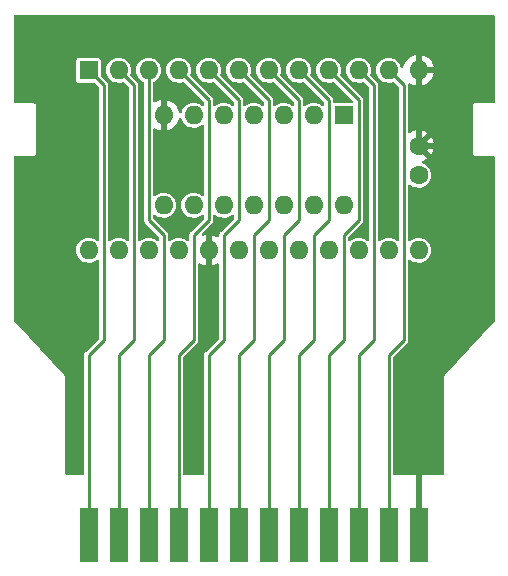
<source format=gtl>
G04 #@! TF.GenerationSoftware,KiCad,Pcbnew,6.0.2+dfsg-1*
G04 #@! TF.CreationDate,2025-06-30T22:41:18+02:00*
G04 #@! TF.ProjectId,2600cart,32363030-6361-4727-942e-6b696361645f,rev?*
G04 #@! TF.SameCoordinates,Original*
G04 #@! TF.FileFunction,Copper,L1,Top*
G04 #@! TF.FilePolarity,Positive*
%FSLAX46Y46*%
G04 Gerber Fmt 4.6, Leading zero omitted, Abs format (unit mm)*
G04 Created by KiCad (PCBNEW 6.0.2+dfsg-1) date 2025-06-30 22:41:18*
%MOMM*%
%LPD*%
G01*
G04 APERTURE LIST*
G04 #@! TA.AperFunction,ConnectorPad*
%ADD10R,1.524000X4.572000*%
G04 #@! TD*
G04 #@! TA.AperFunction,ComponentPad*
%ADD11C,1.600000*%
G04 #@! TD*
G04 #@! TA.AperFunction,ComponentPad*
%ADD12R,1.600000X1.600000*%
G04 #@! TD*
G04 #@! TA.AperFunction,ComponentPad*
%ADD13O,1.600000X1.600000*%
G04 #@! TD*
G04 #@! TA.AperFunction,Conductor*
%ADD14C,0.500000*%
G04 #@! TD*
G04 #@! TA.AperFunction,Conductor*
%ADD15C,0.250000*%
G04 #@! TD*
G04 APERTURE END LIST*
D10*
X123444000Y-90170000D03*
X120904000Y-90170000D03*
X118364000Y-90170000D03*
X115824000Y-90170000D03*
X113284000Y-90170000D03*
X110744000Y-90170000D03*
X108204000Y-90170000D03*
X105664000Y-90170000D03*
X103124000Y-90170000D03*
X100584000Y-90170000D03*
X98044000Y-90170000D03*
X95504000Y-90170000D03*
D11*
X123444000Y-59690000D03*
X123444000Y-57190000D03*
D12*
X117094000Y-54610000D03*
D13*
X101854000Y-62230000D03*
X114554000Y-54610000D03*
X104394000Y-62230000D03*
X112014000Y-54610000D03*
X106934000Y-62230000D03*
X109474000Y-54610000D03*
X109474000Y-62230000D03*
X106934000Y-54610000D03*
X112014000Y-62230000D03*
X104394000Y-54610000D03*
X114554000Y-62230000D03*
X101854000Y-54610000D03*
X117094000Y-62230000D03*
D12*
X95504000Y-50800000D03*
D13*
X123444000Y-66040000D03*
X98044000Y-50800000D03*
X120904000Y-66040000D03*
X100584000Y-50800000D03*
X118364000Y-66040000D03*
X103124000Y-50800000D03*
X115824000Y-66040000D03*
X105664000Y-50800000D03*
X113284000Y-66040000D03*
X108204000Y-50800000D03*
X110744000Y-66040000D03*
X110744000Y-50800000D03*
X108204000Y-66040000D03*
X113284000Y-50800000D03*
X105664000Y-66040000D03*
X115824000Y-50800000D03*
X103124000Y-66040000D03*
X118364000Y-50800000D03*
X100584000Y-66040000D03*
X120904000Y-50800000D03*
X98044000Y-66040000D03*
X123444000Y-50800000D03*
X95504000Y-66040000D03*
D14*
X123444000Y-88900000D02*
X123444000Y-74930000D01*
X123444000Y-74930000D02*
X124714000Y-73660000D01*
X124714000Y-73660000D02*
X125984000Y-72390000D01*
X125984000Y-72390000D02*
X125984000Y-58420000D01*
X125984000Y-58420000D02*
X124754000Y-57190000D01*
X124754000Y-57190000D02*
X123444000Y-57190000D01*
X123444000Y-57190000D02*
X123444000Y-50800000D01*
D15*
X96774000Y-52070000D02*
X95504000Y-50800000D01*
X96774000Y-73660000D02*
X96774000Y-52070000D01*
X95504000Y-88900000D02*
X95504000Y-74930000D01*
X95504000Y-74930000D02*
X96774000Y-73660000D01*
X99314000Y-52070000D02*
X98044000Y-50800000D01*
X99314000Y-73660000D02*
X99314000Y-52070000D01*
X98044000Y-88900000D02*
X98044000Y-74930000D01*
X98044000Y-74930000D02*
X99314000Y-73660000D01*
X100584000Y-63500000D02*
X100584000Y-50800000D01*
X101854000Y-64770000D02*
X100584000Y-63500000D01*
X101854000Y-73660000D02*
X101854000Y-64770000D01*
X100584000Y-88900000D02*
X100584000Y-74930000D01*
X100584000Y-74930000D02*
X101854000Y-73660000D01*
X105664000Y-53340000D02*
X103124000Y-50800000D01*
X105664000Y-63500000D02*
X105664000Y-53340000D01*
X104394000Y-64770000D02*
X105664000Y-63500000D01*
X104394000Y-73660000D02*
X104394000Y-64770000D01*
X103124000Y-88900000D02*
X103124000Y-74930000D01*
X103124000Y-74930000D02*
X104394000Y-73660000D01*
X108204000Y-53340000D02*
X105664000Y-50800000D01*
X108204000Y-63500000D02*
X108204000Y-53340000D01*
X106934000Y-64770000D02*
X108204000Y-63500000D01*
X106934000Y-73660000D02*
X106934000Y-64770000D01*
X105664000Y-88900000D02*
X105664000Y-74930000D01*
X105664000Y-74930000D02*
X106934000Y-73660000D01*
X108204000Y-88900000D02*
X108204000Y-74930000D01*
X108204000Y-74930000D02*
X109474000Y-73660000D01*
X110744000Y-53340000D02*
X108204000Y-50800000D01*
X110744000Y-63500000D02*
X110744000Y-53340000D01*
X109474000Y-64770000D02*
X110744000Y-63500000D01*
X109474000Y-73660000D02*
X109474000Y-64770000D01*
X113284000Y-53340000D02*
X110744000Y-50800000D01*
X113284000Y-63500000D02*
X113284000Y-53340000D01*
X112014000Y-64770000D02*
X113284000Y-63500000D01*
X112014000Y-73660000D02*
X112014000Y-64770000D01*
X110744000Y-88900000D02*
X110744000Y-74930000D01*
X110744000Y-74930000D02*
X112014000Y-73660000D01*
X113284000Y-88900000D02*
X113284000Y-74930000D01*
X115824000Y-53340000D02*
X113284000Y-50800000D01*
X115824000Y-63500000D02*
X115824000Y-53340000D01*
X114554000Y-64770000D02*
X115824000Y-63500000D01*
X114554000Y-73660000D02*
X114554000Y-64770000D01*
X113284000Y-74930000D02*
X114554000Y-73660000D01*
X118364000Y-53340000D02*
X115824000Y-50800000D01*
X118364000Y-63500000D02*
X118364000Y-53340000D01*
X117094000Y-64770000D02*
X118364000Y-63500000D01*
X117094000Y-73660000D02*
X117094000Y-64770000D01*
X115824000Y-88900000D02*
X115824000Y-74930000D01*
X115824000Y-74930000D02*
X117094000Y-73660000D01*
X119634000Y-52070000D02*
X118364000Y-50800000D01*
X119634000Y-73660000D02*
X119634000Y-52070000D01*
X118364000Y-88900000D02*
X118364000Y-74930000D01*
X118364000Y-74930000D02*
X119634000Y-73660000D01*
X120904000Y-88900000D02*
X120904000Y-74930000D01*
X120904000Y-74930000D02*
X122174000Y-73660000D01*
X122174000Y-52070000D02*
X120904000Y-50800000D01*
X122174000Y-73660000D02*
X122174000Y-52070000D01*
G04 #@! TA.AperFunction,Conductor*
G36*
X129863121Y-46121002D02*
G01*
X129909614Y-46174658D01*
X129921000Y-46227000D01*
X129921000Y-53417200D01*
X129900998Y-53485321D01*
X129847342Y-53531814D01*
X129795000Y-53543200D01*
X128332825Y-53543200D01*
X128308247Y-53540779D01*
X128295400Y-53538224D01*
X128283228Y-53540645D01*
X128270383Y-53543200D01*
X128196294Y-53557937D01*
X128185977Y-53564831D01*
X128185976Y-53564831D01*
X128131804Y-53601028D01*
X128112276Y-53614076D01*
X128105383Y-53624392D01*
X128099503Y-53633192D01*
X128056137Y-53698094D01*
X128036424Y-53797200D01*
X128038845Y-53809370D01*
X128038979Y-53810044D01*
X128041400Y-53834625D01*
X128041400Y-57747575D01*
X128038979Y-57772153D01*
X128036424Y-57785000D01*
X128041400Y-57810017D01*
X128056137Y-57884106D01*
X128112276Y-57968124D01*
X128196294Y-58024263D01*
X128295400Y-58043976D01*
X128308247Y-58041421D01*
X128332825Y-58039000D01*
X129795000Y-58039000D01*
X129863121Y-58059002D01*
X129909614Y-58112658D01*
X129921000Y-58165000D01*
X129921000Y-71937650D01*
X129900998Y-72005771D01*
X129887985Y-72022679D01*
X129789939Y-72129899D01*
X125675287Y-76629549D01*
X125675209Y-76629634D01*
X125667565Y-76636198D01*
X125667571Y-76636204D01*
X125658794Y-76644982D01*
X125648476Y-76651876D01*
X125632509Y-76675773D01*
X125630767Y-76678234D01*
X125627273Y-76682055D01*
X125618699Y-76696217D01*
X125615706Y-76700919D01*
X125592337Y-76735894D01*
X125591191Y-76741654D01*
X125588151Y-76746676D01*
X125586276Y-76758942D01*
X125581798Y-76788235D01*
X125580824Y-76793773D01*
X125577600Y-76809983D01*
X125577600Y-76815168D01*
X125577226Y-76818148D01*
X125572882Y-76846563D01*
X125575844Y-76858614D01*
X125576398Y-76871010D01*
X125576389Y-76871010D01*
X125577600Y-76881014D01*
X125577600Y-84964000D01*
X125557598Y-85032121D01*
X125503942Y-85078614D01*
X125451600Y-85090000D01*
X121409500Y-85090000D01*
X121341379Y-85069998D01*
X121294886Y-85016342D01*
X121283500Y-84964000D01*
X121283500Y-75139384D01*
X121303502Y-75071263D01*
X121320405Y-75050289D01*
X122404216Y-73966478D01*
X122422964Y-73951336D01*
X122424189Y-73950221D01*
X122432940Y-73944571D01*
X122439387Y-73936393D01*
X122439389Y-73936391D01*
X122453729Y-73918200D01*
X122457678Y-73913756D01*
X122457604Y-73913694D01*
X122460957Y-73909737D01*
X122464638Y-73906056D01*
X122475865Y-73890346D01*
X122479421Y-73885609D01*
X122504708Y-73853532D01*
X122511156Y-73845353D01*
X122514189Y-73836716D01*
X122519513Y-73829266D01*
X122534202Y-73780151D01*
X122536034Y-73774514D01*
X122550390Y-73733633D01*
X122550390Y-73733632D01*
X122553018Y-73726149D01*
X122553500Y-73720584D01*
X122553500Y-73717876D01*
X122553614Y-73715242D01*
X122553643Y-73715144D01*
X122553807Y-73715151D01*
X122553851Y-73714447D01*
X122555713Y-73708222D01*
X122553597Y-73654365D01*
X122553500Y-73649418D01*
X122553500Y-66939570D01*
X122573502Y-66871449D01*
X122627158Y-66824956D01*
X122697432Y-66814852D01*
X122761163Y-66843616D01*
X122839271Y-66910091D01*
X123019789Y-67010980D01*
X123216466Y-67074884D01*
X123421809Y-67099370D01*
X123427944Y-67098898D01*
X123427946Y-67098898D01*
X123621856Y-67083977D01*
X123621860Y-67083976D01*
X123627998Y-67083504D01*
X123827178Y-67027892D01*
X123832682Y-67025112D01*
X123832684Y-67025111D01*
X124006262Y-66937431D01*
X124006264Y-66937430D01*
X124011763Y-66934652D01*
X124174722Y-66807334D01*
X124178748Y-66802670D01*
X124178751Y-66802667D01*
X124305819Y-66655457D01*
X124305820Y-66655455D01*
X124309848Y-66650789D01*
X124411995Y-66470979D01*
X124477270Y-66274753D01*
X124503189Y-66069586D01*
X124503602Y-66040000D01*
X124483422Y-65834189D01*
X124423651Y-65636217D01*
X124375108Y-65544921D01*
X124329459Y-65459067D01*
X124329457Y-65459064D01*
X124326565Y-65453625D01*
X124322674Y-65448855D01*
X124322672Y-65448851D01*
X124199758Y-65298143D01*
X124199755Y-65298140D01*
X124195863Y-65293368D01*
X124188966Y-65287662D01*
X124041271Y-65165478D01*
X124041266Y-65165475D01*
X124036522Y-65161550D01*
X124031103Y-65158620D01*
X124031100Y-65158618D01*
X123860032Y-65066122D01*
X123860027Y-65066120D01*
X123854612Y-65063192D01*
X123657063Y-65002040D01*
X123650938Y-65001396D01*
X123650937Y-65001396D01*
X123457526Y-64981068D01*
X123457524Y-64981068D01*
X123451397Y-64980424D01*
X123325229Y-64991906D01*
X123251591Y-64998607D01*
X123251590Y-64998607D01*
X123245450Y-64999166D01*
X123047066Y-65057554D01*
X123041601Y-65060411D01*
X122869261Y-65150508D01*
X122869257Y-65150511D01*
X122863801Y-65153363D01*
X122859001Y-65157223D01*
X122859000Y-65157223D01*
X122758452Y-65238065D01*
X122692829Y-65265161D01*
X122622975Y-65252477D01*
X122571067Y-65204041D01*
X122553500Y-65139868D01*
X122553500Y-60589570D01*
X122573502Y-60521449D01*
X122627158Y-60474956D01*
X122697432Y-60464852D01*
X122761163Y-60493616D01*
X122839271Y-60560091D01*
X123019789Y-60660980D01*
X123216466Y-60724884D01*
X123421809Y-60749370D01*
X123427944Y-60748898D01*
X123427946Y-60748898D01*
X123621856Y-60733977D01*
X123621860Y-60733976D01*
X123627998Y-60733504D01*
X123827178Y-60677892D01*
X123832682Y-60675112D01*
X123832684Y-60675111D01*
X124006262Y-60587431D01*
X124006264Y-60587430D01*
X124011763Y-60584652D01*
X124174722Y-60457334D01*
X124178748Y-60452670D01*
X124178751Y-60452667D01*
X124305819Y-60305457D01*
X124305820Y-60305455D01*
X124309848Y-60300789D01*
X124411995Y-60120979D01*
X124477270Y-59924753D01*
X124503189Y-59719586D01*
X124503602Y-59690000D01*
X124483422Y-59484189D01*
X124423651Y-59286217D01*
X124375108Y-59194921D01*
X124329459Y-59109067D01*
X124329457Y-59109064D01*
X124326565Y-59103625D01*
X124322674Y-59098855D01*
X124322672Y-59098851D01*
X124199758Y-58948143D01*
X124199755Y-58948140D01*
X124195863Y-58943368D01*
X124191114Y-58939439D01*
X124041271Y-58815478D01*
X124041266Y-58815475D01*
X124036522Y-58811550D01*
X124031103Y-58808620D01*
X124031100Y-58808618D01*
X123860032Y-58716122D01*
X123860027Y-58716120D01*
X123854612Y-58713192D01*
X123788382Y-58692690D01*
X123729224Y-58653440D01*
X123700676Y-58588436D01*
X123711804Y-58518317D01*
X123759075Y-58465345D01*
X123793030Y-58450619D01*
X123887764Y-58425235D01*
X123898053Y-58421490D01*
X124095511Y-58329414D01*
X124105006Y-58323931D01*
X124157048Y-58287491D01*
X124165424Y-58277012D01*
X124158356Y-58263566D01*
X123173885Y-57279095D01*
X123139859Y-57216783D01*
X123141694Y-57191132D01*
X123808408Y-57191132D01*
X123808539Y-57192965D01*
X123812790Y-57199580D01*
X124518287Y-57905077D01*
X124530062Y-57911507D01*
X124542077Y-57902211D01*
X124577931Y-57851006D01*
X124583414Y-57841511D01*
X124675490Y-57644053D01*
X124679236Y-57633761D01*
X124735625Y-57423312D01*
X124737528Y-57412519D01*
X124756517Y-57195475D01*
X124756517Y-57184525D01*
X124737528Y-56967481D01*
X124735625Y-56956688D01*
X124679236Y-56746239D01*
X124675490Y-56735947D01*
X124583414Y-56538489D01*
X124577931Y-56528994D01*
X124541491Y-56476952D01*
X124531012Y-56468576D01*
X124517566Y-56475644D01*
X123816022Y-57177188D01*
X123808408Y-57191132D01*
X123141694Y-57191132D01*
X123144924Y-57145968D01*
X123173885Y-57100905D01*
X124159077Y-56115713D01*
X124165507Y-56103938D01*
X124156211Y-56091923D01*
X124105006Y-56056069D01*
X124095511Y-56050586D01*
X123898053Y-55958510D01*
X123887761Y-55954764D01*
X123677312Y-55898375D01*
X123666519Y-55896472D01*
X123449475Y-55877483D01*
X123438525Y-55877483D01*
X123221481Y-55896472D01*
X123210688Y-55898375D01*
X123000239Y-55954764D01*
X122989947Y-55958510D01*
X122792489Y-56050586D01*
X122782988Y-56056072D01*
X122751770Y-56077931D01*
X122684496Y-56100619D01*
X122615636Y-56083334D01*
X122567052Y-56031564D01*
X122553500Y-55974718D01*
X122553500Y-52123920D01*
X122556049Y-52099973D01*
X122556128Y-52098307D01*
X122558320Y-52088124D01*
X122557096Y-52077782D01*
X122557096Y-52077779D01*
X122554374Y-52054787D01*
X122554023Y-52048846D01*
X122553928Y-52048854D01*
X122553500Y-52043675D01*
X122553500Y-52038476D01*
X122552647Y-52033349D01*
X122552218Y-52028164D01*
X122553556Y-52028053D01*
X122561354Y-51963792D01*
X122606653Y-51909125D01*
X122674316Y-51887627D01*
X122742861Y-51906123D01*
X122749365Y-51910383D01*
X122783000Y-51933935D01*
X122792489Y-51939414D01*
X122989947Y-52031490D01*
X123000239Y-52035236D01*
X123172503Y-52081394D01*
X123186599Y-52081058D01*
X123190000Y-52073116D01*
X123190000Y-52067967D01*
X123698000Y-52067967D01*
X123701973Y-52081498D01*
X123710522Y-52082727D01*
X123887761Y-52035236D01*
X123898053Y-52031490D01*
X124095511Y-51939414D01*
X124105007Y-51933931D01*
X124283467Y-51808972D01*
X124291875Y-51801916D01*
X124445916Y-51647875D01*
X124452972Y-51639467D01*
X124577931Y-51461007D01*
X124583414Y-51451511D01*
X124675490Y-51254053D01*
X124679236Y-51243761D01*
X124725394Y-51071497D01*
X124725058Y-51057401D01*
X124717116Y-51054000D01*
X123716115Y-51054000D01*
X123700876Y-51058475D01*
X123699671Y-51059865D01*
X123698000Y-51067548D01*
X123698000Y-52067967D01*
X123190000Y-52067967D01*
X123190000Y-50527885D01*
X123698000Y-50527885D01*
X123702475Y-50543124D01*
X123703865Y-50544329D01*
X123711548Y-50546000D01*
X124711967Y-50546000D01*
X124725498Y-50542027D01*
X124726727Y-50533478D01*
X124679236Y-50356239D01*
X124675490Y-50345947D01*
X124583414Y-50148489D01*
X124577931Y-50138993D01*
X124452972Y-49960533D01*
X124445916Y-49952125D01*
X124291875Y-49798084D01*
X124283467Y-49791028D01*
X124105007Y-49666069D01*
X124095511Y-49660586D01*
X123898053Y-49568510D01*
X123887761Y-49564764D01*
X123715497Y-49518606D01*
X123701401Y-49518942D01*
X123698000Y-49526884D01*
X123698000Y-50527885D01*
X123190000Y-50527885D01*
X123190000Y-49532033D01*
X123186027Y-49518502D01*
X123177478Y-49517273D01*
X123000239Y-49564764D01*
X122989947Y-49568510D01*
X122792489Y-49660586D01*
X122782993Y-49666069D01*
X122604533Y-49791028D01*
X122596125Y-49798084D01*
X122442084Y-49952125D01*
X122435028Y-49960533D01*
X122310069Y-50138993D01*
X122304586Y-50148489D01*
X122212510Y-50345947D01*
X122208765Y-50356236D01*
X122164704Y-50520673D01*
X122127752Y-50581295D01*
X122063891Y-50612317D01*
X121993397Y-50603888D01*
X121938650Y-50558685D01*
X121922375Y-50524479D01*
X121885432Y-50402116D01*
X121883651Y-50396217D01*
X121786565Y-50213625D01*
X121782674Y-50208855D01*
X121782672Y-50208851D01*
X121659758Y-50058143D01*
X121659755Y-50058140D01*
X121655863Y-50053368D01*
X121648966Y-50047662D01*
X121501271Y-49925478D01*
X121501266Y-49925475D01*
X121496522Y-49921550D01*
X121491103Y-49918620D01*
X121491100Y-49918618D01*
X121320032Y-49826122D01*
X121320027Y-49826120D01*
X121314612Y-49823192D01*
X121117063Y-49762040D01*
X121110938Y-49761396D01*
X121110937Y-49761396D01*
X120917526Y-49741068D01*
X120917524Y-49741068D01*
X120911397Y-49740424D01*
X120785229Y-49751906D01*
X120711591Y-49758607D01*
X120711590Y-49758607D01*
X120705450Y-49759166D01*
X120507066Y-49817554D01*
X120501601Y-49820411D01*
X120329261Y-49910508D01*
X120329257Y-49910511D01*
X120323801Y-49913363D01*
X120162635Y-50042943D01*
X120029708Y-50201360D01*
X119930082Y-50382578D01*
X119867553Y-50579696D01*
X119844501Y-50785206D01*
X119861806Y-50991278D01*
X119918807Y-51190066D01*
X119921625Y-51195548D01*
X119921626Y-51195552D01*
X120010514Y-51368509D01*
X120010517Y-51368513D01*
X120013334Y-51373995D01*
X120141786Y-51536061D01*
X120146479Y-51540055D01*
X120146480Y-51540056D01*
X120239095Y-51618877D01*
X120299271Y-51670091D01*
X120479789Y-51770980D01*
X120676466Y-51834884D01*
X120881809Y-51859370D01*
X120887944Y-51858898D01*
X120887946Y-51858898D01*
X121081856Y-51843977D01*
X121081860Y-51843976D01*
X121087998Y-51843504D01*
X121269438Y-51792845D01*
X121340427Y-51793792D01*
X121392415Y-51825109D01*
X121757595Y-52190289D01*
X121791621Y-52252601D01*
X121794500Y-52279384D01*
X121794500Y-65140295D01*
X121774498Y-65208416D01*
X121720842Y-65254909D01*
X121650568Y-65265013D01*
X121588185Y-65237380D01*
X121501271Y-65165478D01*
X121501266Y-65165475D01*
X121496522Y-65161550D01*
X121491103Y-65158620D01*
X121491100Y-65158618D01*
X121320032Y-65066122D01*
X121320027Y-65066120D01*
X121314612Y-65063192D01*
X121117063Y-65002040D01*
X121110938Y-65001396D01*
X121110937Y-65001396D01*
X120917526Y-64981068D01*
X120917524Y-64981068D01*
X120911397Y-64980424D01*
X120785229Y-64991906D01*
X120711591Y-64998607D01*
X120711590Y-64998607D01*
X120705450Y-64999166D01*
X120507066Y-65057554D01*
X120501601Y-65060411D01*
X120329261Y-65150508D01*
X120329257Y-65150511D01*
X120323801Y-65153363D01*
X120319001Y-65157223D01*
X120319000Y-65157223D01*
X120218452Y-65238065D01*
X120152829Y-65265161D01*
X120082975Y-65252477D01*
X120031067Y-65204041D01*
X120013500Y-65139868D01*
X120013500Y-52123920D01*
X120016049Y-52099973D01*
X120016128Y-52098307D01*
X120018320Y-52088124D01*
X120017096Y-52077782D01*
X120017096Y-52077779D01*
X120014374Y-52054787D01*
X120014023Y-52048846D01*
X120013928Y-52048854D01*
X120013500Y-52043674D01*
X120013500Y-52038476D01*
X120011784Y-52028164D01*
X120010329Y-52019427D01*
X120009492Y-52013547D01*
X120004693Y-51972997D01*
X120004692Y-51972995D01*
X120003469Y-51962659D01*
X119999508Y-51954410D01*
X119998004Y-51945374D01*
X119991830Y-51933931D01*
X119973652Y-51900240D01*
X119970957Y-51894951D01*
X119952212Y-51855915D01*
X119948780Y-51848768D01*
X119945186Y-51844492D01*
X119943246Y-51842552D01*
X119941493Y-51840641D01*
X119941444Y-51840551D01*
X119941567Y-51840439D01*
X119941095Y-51839904D01*
X119938010Y-51834186D01*
X119898413Y-51797583D01*
X119894848Y-51794154D01*
X119386941Y-51286247D01*
X119352915Y-51223935D01*
X119356478Y-51157380D01*
X119395323Y-51040607D01*
X119395324Y-51040604D01*
X119397270Y-51034753D01*
X119423189Y-50829586D01*
X119423602Y-50800000D01*
X119403422Y-50594189D01*
X119343651Y-50396217D01*
X119246565Y-50213625D01*
X119242674Y-50208855D01*
X119242672Y-50208851D01*
X119119758Y-50058143D01*
X119119755Y-50058140D01*
X119115863Y-50053368D01*
X119108966Y-50047662D01*
X118961271Y-49925478D01*
X118961266Y-49925475D01*
X118956522Y-49921550D01*
X118951103Y-49918620D01*
X118951100Y-49918618D01*
X118780032Y-49826122D01*
X118780027Y-49826120D01*
X118774612Y-49823192D01*
X118577063Y-49762040D01*
X118570938Y-49761396D01*
X118570937Y-49761396D01*
X118377526Y-49741068D01*
X118377524Y-49741068D01*
X118371397Y-49740424D01*
X118245229Y-49751906D01*
X118171591Y-49758607D01*
X118171590Y-49758607D01*
X118165450Y-49759166D01*
X117967066Y-49817554D01*
X117961601Y-49820411D01*
X117789261Y-49910508D01*
X117789257Y-49910511D01*
X117783801Y-49913363D01*
X117622635Y-50042943D01*
X117489708Y-50201360D01*
X117390082Y-50382578D01*
X117327553Y-50579696D01*
X117304501Y-50785206D01*
X117321806Y-50991278D01*
X117378807Y-51190066D01*
X117381625Y-51195548D01*
X117381626Y-51195552D01*
X117470514Y-51368509D01*
X117470517Y-51368513D01*
X117473334Y-51373995D01*
X117601786Y-51536061D01*
X117606479Y-51540055D01*
X117606480Y-51540056D01*
X117699095Y-51618877D01*
X117759271Y-51670091D01*
X117939789Y-51770980D01*
X118136466Y-51834884D01*
X118341809Y-51859370D01*
X118347944Y-51858898D01*
X118347946Y-51858898D01*
X118541856Y-51843977D01*
X118541860Y-51843976D01*
X118547998Y-51843504D01*
X118729438Y-51792845D01*
X118800427Y-51793792D01*
X118852415Y-51825109D01*
X119217595Y-52190289D01*
X119251621Y-52252601D01*
X119254500Y-52279384D01*
X119254500Y-65140295D01*
X119234498Y-65208416D01*
X119180842Y-65254909D01*
X119110568Y-65265013D01*
X119048185Y-65237380D01*
X118961271Y-65165478D01*
X118961266Y-65165475D01*
X118956522Y-65161550D01*
X118951103Y-65158620D01*
X118951100Y-65158618D01*
X118780032Y-65066122D01*
X118780027Y-65066120D01*
X118774612Y-65063192D01*
X118577063Y-65002040D01*
X118570938Y-65001396D01*
X118570937Y-65001396D01*
X118377526Y-64981068D01*
X118377524Y-64981068D01*
X118371397Y-64980424D01*
X118245229Y-64991906D01*
X118171591Y-64998607D01*
X118171590Y-64998607D01*
X118165450Y-64999166D01*
X117967066Y-65057554D01*
X117961601Y-65060411D01*
X117789261Y-65150508D01*
X117789257Y-65150511D01*
X117783801Y-65153363D01*
X117779001Y-65157223D01*
X117779000Y-65157223D01*
X117678452Y-65238065D01*
X117612829Y-65265161D01*
X117542975Y-65252477D01*
X117491067Y-65204041D01*
X117473500Y-65139868D01*
X117473500Y-64979384D01*
X117493502Y-64911263D01*
X117510405Y-64890289D01*
X118594216Y-63806478D01*
X118612964Y-63791336D01*
X118614189Y-63790221D01*
X118622940Y-63784571D01*
X118629387Y-63776393D01*
X118629389Y-63776391D01*
X118643729Y-63758200D01*
X118647678Y-63753756D01*
X118647604Y-63753694D01*
X118650957Y-63749737D01*
X118654638Y-63746056D01*
X118665865Y-63730346D01*
X118669421Y-63725609D01*
X118672872Y-63721232D01*
X118701156Y-63685353D01*
X118704189Y-63676716D01*
X118709513Y-63669266D01*
X118724202Y-63620151D01*
X118726034Y-63614514D01*
X118740390Y-63573633D01*
X118740390Y-63573632D01*
X118743018Y-63566149D01*
X118743500Y-63560584D01*
X118743500Y-63557876D01*
X118743614Y-63555242D01*
X118743643Y-63555144D01*
X118743807Y-63555151D01*
X118743851Y-63554447D01*
X118745713Y-63548222D01*
X118743597Y-63494365D01*
X118743500Y-63489418D01*
X118743500Y-53393920D01*
X118746049Y-53369973D01*
X118746128Y-53368307D01*
X118748320Y-53358124D01*
X118747096Y-53347782D01*
X118747096Y-53347779D01*
X118744374Y-53324787D01*
X118744023Y-53318846D01*
X118743928Y-53318854D01*
X118743500Y-53313674D01*
X118743500Y-53308476D01*
X118740329Y-53289424D01*
X118739492Y-53283547D01*
X118734693Y-53242997D01*
X118734692Y-53242995D01*
X118733469Y-53232659D01*
X118729508Y-53224410D01*
X118728004Y-53215374D01*
X118723056Y-53206203D01*
X118703652Y-53170240D01*
X118700957Y-53164951D01*
X118682212Y-53125915D01*
X118678780Y-53118768D01*
X118675186Y-53114492D01*
X118673246Y-53112552D01*
X118671493Y-53110641D01*
X118671444Y-53110551D01*
X118671567Y-53110439D01*
X118671095Y-53109904D01*
X118668010Y-53104186D01*
X118628413Y-53067583D01*
X118624848Y-53064154D01*
X116846941Y-51286247D01*
X116812915Y-51223935D01*
X116816478Y-51157380D01*
X116855323Y-51040607D01*
X116855324Y-51040604D01*
X116857270Y-51034753D01*
X116883189Y-50829586D01*
X116883602Y-50800000D01*
X116863422Y-50594189D01*
X116803651Y-50396217D01*
X116706565Y-50213625D01*
X116702674Y-50208855D01*
X116702672Y-50208851D01*
X116579758Y-50058143D01*
X116579755Y-50058140D01*
X116575863Y-50053368D01*
X116568966Y-50047662D01*
X116421271Y-49925478D01*
X116421266Y-49925475D01*
X116416522Y-49921550D01*
X116411103Y-49918620D01*
X116411100Y-49918618D01*
X116240032Y-49826122D01*
X116240027Y-49826120D01*
X116234612Y-49823192D01*
X116037063Y-49762040D01*
X116030938Y-49761396D01*
X116030937Y-49761396D01*
X115837526Y-49741068D01*
X115837524Y-49741068D01*
X115831397Y-49740424D01*
X115705229Y-49751906D01*
X115631591Y-49758607D01*
X115631590Y-49758607D01*
X115625450Y-49759166D01*
X115427066Y-49817554D01*
X115421601Y-49820411D01*
X115249261Y-49910508D01*
X115249257Y-49910511D01*
X115243801Y-49913363D01*
X115082635Y-50042943D01*
X114949708Y-50201360D01*
X114850082Y-50382578D01*
X114787553Y-50579696D01*
X114764501Y-50785206D01*
X114781806Y-50991278D01*
X114838807Y-51190066D01*
X114841625Y-51195548D01*
X114841626Y-51195552D01*
X114930514Y-51368509D01*
X114930517Y-51368513D01*
X114933334Y-51373995D01*
X115061786Y-51536061D01*
X115066479Y-51540055D01*
X115066480Y-51540056D01*
X115159095Y-51618877D01*
X115219271Y-51670091D01*
X115399789Y-51770980D01*
X115596466Y-51834884D01*
X115801809Y-51859370D01*
X115807944Y-51858898D01*
X115807946Y-51858898D01*
X116001856Y-51843977D01*
X116001860Y-51843976D01*
X116007998Y-51843504D01*
X116189438Y-51792845D01*
X116260427Y-51793792D01*
X116312415Y-51825109D01*
X117827710Y-53340405D01*
X117861736Y-53402717D01*
X117856671Y-53473533D01*
X117814124Y-53530368D01*
X117747604Y-53555179D01*
X117738615Y-53555500D01*
X116683600Y-53555501D01*
X116329500Y-53555501D01*
X116261379Y-53535499D01*
X116214886Y-53481843D01*
X116203500Y-53429501D01*
X116203500Y-53393920D01*
X116206049Y-53369973D01*
X116206128Y-53368307D01*
X116208320Y-53358124D01*
X116207096Y-53347782D01*
X116207096Y-53347779D01*
X116204374Y-53324787D01*
X116204023Y-53318846D01*
X116203928Y-53318854D01*
X116203500Y-53313674D01*
X116203500Y-53308476D01*
X116200329Y-53289424D01*
X116199492Y-53283547D01*
X116194693Y-53242997D01*
X116194692Y-53242995D01*
X116193469Y-53232659D01*
X116189508Y-53224410D01*
X116188004Y-53215374D01*
X116183056Y-53206203D01*
X116163652Y-53170240D01*
X116160957Y-53164951D01*
X116142212Y-53125915D01*
X116138780Y-53118768D01*
X116135186Y-53114492D01*
X116133246Y-53112552D01*
X116131493Y-53110641D01*
X116131444Y-53110551D01*
X116131567Y-53110439D01*
X116131095Y-53109904D01*
X116128010Y-53104186D01*
X116088413Y-53067583D01*
X116084848Y-53064154D01*
X114306941Y-51286247D01*
X114272915Y-51223935D01*
X114276478Y-51157380D01*
X114315323Y-51040607D01*
X114315324Y-51040604D01*
X114317270Y-51034753D01*
X114343189Y-50829586D01*
X114343602Y-50800000D01*
X114323422Y-50594189D01*
X114263651Y-50396217D01*
X114166565Y-50213625D01*
X114162674Y-50208855D01*
X114162672Y-50208851D01*
X114039758Y-50058143D01*
X114039755Y-50058140D01*
X114035863Y-50053368D01*
X114028966Y-50047662D01*
X113881271Y-49925478D01*
X113881266Y-49925475D01*
X113876522Y-49921550D01*
X113871103Y-49918620D01*
X113871100Y-49918618D01*
X113700032Y-49826122D01*
X113700027Y-49826120D01*
X113694612Y-49823192D01*
X113497063Y-49762040D01*
X113490938Y-49761396D01*
X113490937Y-49761396D01*
X113297526Y-49741068D01*
X113297524Y-49741068D01*
X113291397Y-49740424D01*
X113165229Y-49751906D01*
X113091591Y-49758607D01*
X113091590Y-49758607D01*
X113085450Y-49759166D01*
X112887066Y-49817554D01*
X112881601Y-49820411D01*
X112709261Y-49910508D01*
X112709257Y-49910511D01*
X112703801Y-49913363D01*
X112542635Y-50042943D01*
X112409708Y-50201360D01*
X112310082Y-50382578D01*
X112247553Y-50579696D01*
X112224501Y-50785206D01*
X112241806Y-50991278D01*
X112298807Y-51190066D01*
X112301625Y-51195548D01*
X112301626Y-51195552D01*
X112390514Y-51368509D01*
X112390517Y-51368513D01*
X112393334Y-51373995D01*
X112521786Y-51536061D01*
X112526479Y-51540055D01*
X112526480Y-51540056D01*
X112619095Y-51618877D01*
X112679271Y-51670091D01*
X112859789Y-51770980D01*
X113056466Y-51834884D01*
X113261809Y-51859370D01*
X113267944Y-51858898D01*
X113267946Y-51858898D01*
X113461856Y-51843977D01*
X113461860Y-51843976D01*
X113467998Y-51843504D01*
X113649438Y-51792845D01*
X113720427Y-51793792D01*
X113772415Y-51825109D01*
X115407595Y-53460290D01*
X115441621Y-53522602D01*
X115444500Y-53549385D01*
X115444500Y-53710295D01*
X115424498Y-53778416D01*
X115370842Y-53824909D01*
X115300568Y-53835013D01*
X115238185Y-53807380D01*
X115151271Y-53735478D01*
X115151266Y-53735475D01*
X115146522Y-53731550D01*
X115141103Y-53728620D01*
X115141100Y-53728618D01*
X114970032Y-53636122D01*
X114970027Y-53636120D01*
X114964612Y-53633192D01*
X114767063Y-53572040D01*
X114760938Y-53571396D01*
X114760937Y-53571396D01*
X114567526Y-53551068D01*
X114567524Y-53551068D01*
X114561397Y-53550424D01*
X114435229Y-53561906D01*
X114361591Y-53568607D01*
X114361590Y-53568607D01*
X114355450Y-53569166D01*
X114157066Y-53627554D01*
X114151601Y-53630411D01*
X113979261Y-53720508D01*
X113979257Y-53720511D01*
X113973801Y-53723363D01*
X113969001Y-53727223D01*
X113969000Y-53727223D01*
X113868452Y-53808065D01*
X113802829Y-53835161D01*
X113732975Y-53822477D01*
X113681067Y-53774041D01*
X113663500Y-53709868D01*
X113663500Y-53393920D01*
X113666049Y-53369973D01*
X113666128Y-53368307D01*
X113668320Y-53358124D01*
X113667096Y-53347782D01*
X113667096Y-53347779D01*
X113664374Y-53324787D01*
X113664023Y-53318846D01*
X113663928Y-53318854D01*
X113663500Y-53313674D01*
X113663500Y-53308476D01*
X113660329Y-53289424D01*
X113659492Y-53283547D01*
X113654693Y-53242997D01*
X113654692Y-53242995D01*
X113653469Y-53232659D01*
X113649508Y-53224410D01*
X113648004Y-53215374D01*
X113643056Y-53206203D01*
X113623652Y-53170240D01*
X113620957Y-53164951D01*
X113602212Y-53125915D01*
X113598780Y-53118768D01*
X113595186Y-53114492D01*
X113593246Y-53112552D01*
X113591493Y-53110641D01*
X113591444Y-53110551D01*
X113591567Y-53110439D01*
X113591095Y-53109904D01*
X113588010Y-53104186D01*
X113548413Y-53067583D01*
X113544848Y-53064154D01*
X111766941Y-51286247D01*
X111732915Y-51223935D01*
X111736478Y-51157380D01*
X111775323Y-51040607D01*
X111775324Y-51040604D01*
X111777270Y-51034753D01*
X111803189Y-50829586D01*
X111803602Y-50800000D01*
X111783422Y-50594189D01*
X111723651Y-50396217D01*
X111626565Y-50213625D01*
X111622674Y-50208855D01*
X111622672Y-50208851D01*
X111499758Y-50058143D01*
X111499755Y-50058140D01*
X111495863Y-50053368D01*
X111488966Y-50047662D01*
X111341271Y-49925478D01*
X111341266Y-49925475D01*
X111336522Y-49921550D01*
X111331103Y-49918620D01*
X111331100Y-49918618D01*
X111160032Y-49826122D01*
X111160027Y-49826120D01*
X111154612Y-49823192D01*
X110957063Y-49762040D01*
X110950938Y-49761396D01*
X110950937Y-49761396D01*
X110757526Y-49741068D01*
X110757524Y-49741068D01*
X110751397Y-49740424D01*
X110625229Y-49751906D01*
X110551591Y-49758607D01*
X110551590Y-49758607D01*
X110545450Y-49759166D01*
X110347066Y-49817554D01*
X110341601Y-49820411D01*
X110169261Y-49910508D01*
X110169257Y-49910511D01*
X110163801Y-49913363D01*
X110002635Y-50042943D01*
X109869708Y-50201360D01*
X109770082Y-50382578D01*
X109707553Y-50579696D01*
X109684501Y-50785206D01*
X109701806Y-50991278D01*
X109758807Y-51190066D01*
X109761625Y-51195548D01*
X109761626Y-51195552D01*
X109850514Y-51368509D01*
X109850517Y-51368513D01*
X109853334Y-51373995D01*
X109981786Y-51536061D01*
X109986479Y-51540055D01*
X109986480Y-51540056D01*
X110079095Y-51618877D01*
X110139271Y-51670091D01*
X110319789Y-51770980D01*
X110516466Y-51834884D01*
X110721809Y-51859370D01*
X110727944Y-51858898D01*
X110727946Y-51858898D01*
X110921856Y-51843977D01*
X110921860Y-51843976D01*
X110927998Y-51843504D01*
X111109438Y-51792845D01*
X111180427Y-51793792D01*
X111232415Y-51825109D01*
X112867595Y-53460290D01*
X112901621Y-53522602D01*
X112904500Y-53549385D01*
X112904500Y-53710295D01*
X112884498Y-53778416D01*
X112830842Y-53824909D01*
X112760568Y-53835013D01*
X112698185Y-53807380D01*
X112611271Y-53735478D01*
X112611266Y-53735475D01*
X112606522Y-53731550D01*
X112601103Y-53728620D01*
X112601100Y-53728618D01*
X112430032Y-53636122D01*
X112430027Y-53636120D01*
X112424612Y-53633192D01*
X112227063Y-53572040D01*
X112220938Y-53571396D01*
X112220937Y-53571396D01*
X112027526Y-53551068D01*
X112027524Y-53551068D01*
X112021397Y-53550424D01*
X111895229Y-53561906D01*
X111821591Y-53568607D01*
X111821590Y-53568607D01*
X111815450Y-53569166D01*
X111617066Y-53627554D01*
X111611601Y-53630411D01*
X111439261Y-53720508D01*
X111439257Y-53720511D01*
X111433801Y-53723363D01*
X111429001Y-53727223D01*
X111429000Y-53727223D01*
X111328452Y-53808065D01*
X111262829Y-53835161D01*
X111192975Y-53822477D01*
X111141067Y-53774041D01*
X111123500Y-53709868D01*
X111123500Y-53393920D01*
X111126049Y-53369973D01*
X111126128Y-53368307D01*
X111128320Y-53358124D01*
X111127096Y-53347782D01*
X111127096Y-53347779D01*
X111124374Y-53324787D01*
X111124023Y-53318846D01*
X111123928Y-53318854D01*
X111123500Y-53313674D01*
X111123500Y-53308476D01*
X111120329Y-53289424D01*
X111119492Y-53283547D01*
X111114693Y-53242997D01*
X111114692Y-53242995D01*
X111113469Y-53232659D01*
X111109508Y-53224410D01*
X111108004Y-53215374D01*
X111103056Y-53206203D01*
X111083652Y-53170240D01*
X111080957Y-53164951D01*
X111062212Y-53125915D01*
X111058780Y-53118768D01*
X111055186Y-53114492D01*
X111053246Y-53112552D01*
X111051493Y-53110641D01*
X111051444Y-53110551D01*
X111051567Y-53110439D01*
X111051095Y-53109904D01*
X111048010Y-53104186D01*
X111008413Y-53067583D01*
X111004848Y-53064154D01*
X109226941Y-51286247D01*
X109192915Y-51223935D01*
X109196478Y-51157380D01*
X109235323Y-51040607D01*
X109235324Y-51040604D01*
X109237270Y-51034753D01*
X109263189Y-50829586D01*
X109263602Y-50800000D01*
X109243422Y-50594189D01*
X109183651Y-50396217D01*
X109086565Y-50213625D01*
X109082674Y-50208855D01*
X109082672Y-50208851D01*
X108959758Y-50058143D01*
X108959755Y-50058140D01*
X108955863Y-50053368D01*
X108948966Y-50047662D01*
X108801271Y-49925478D01*
X108801266Y-49925475D01*
X108796522Y-49921550D01*
X108791103Y-49918620D01*
X108791100Y-49918618D01*
X108620032Y-49826122D01*
X108620027Y-49826120D01*
X108614612Y-49823192D01*
X108417063Y-49762040D01*
X108410938Y-49761396D01*
X108410937Y-49761396D01*
X108217526Y-49741068D01*
X108217524Y-49741068D01*
X108211397Y-49740424D01*
X108085229Y-49751906D01*
X108011591Y-49758607D01*
X108011590Y-49758607D01*
X108005450Y-49759166D01*
X107807066Y-49817554D01*
X107801601Y-49820411D01*
X107629261Y-49910508D01*
X107629257Y-49910511D01*
X107623801Y-49913363D01*
X107462635Y-50042943D01*
X107329708Y-50201360D01*
X107230082Y-50382578D01*
X107167553Y-50579696D01*
X107144501Y-50785206D01*
X107161806Y-50991278D01*
X107218807Y-51190066D01*
X107221625Y-51195548D01*
X107221626Y-51195552D01*
X107310514Y-51368509D01*
X107310517Y-51368513D01*
X107313334Y-51373995D01*
X107441786Y-51536061D01*
X107446479Y-51540055D01*
X107446480Y-51540056D01*
X107539095Y-51618877D01*
X107599271Y-51670091D01*
X107779789Y-51770980D01*
X107976466Y-51834884D01*
X108181809Y-51859370D01*
X108187944Y-51858898D01*
X108187946Y-51858898D01*
X108381856Y-51843977D01*
X108381860Y-51843976D01*
X108387998Y-51843504D01*
X108569438Y-51792845D01*
X108640427Y-51793792D01*
X108692415Y-51825109D01*
X110327595Y-53460290D01*
X110361621Y-53522602D01*
X110364500Y-53549385D01*
X110364500Y-53710295D01*
X110344498Y-53778416D01*
X110290842Y-53824909D01*
X110220568Y-53835013D01*
X110158185Y-53807380D01*
X110071271Y-53735478D01*
X110071266Y-53735475D01*
X110066522Y-53731550D01*
X110061103Y-53728620D01*
X110061100Y-53728618D01*
X109890032Y-53636122D01*
X109890027Y-53636120D01*
X109884612Y-53633192D01*
X109687063Y-53572040D01*
X109680938Y-53571396D01*
X109680937Y-53571396D01*
X109487526Y-53551068D01*
X109487524Y-53551068D01*
X109481397Y-53550424D01*
X109355229Y-53561906D01*
X109281591Y-53568607D01*
X109281590Y-53568607D01*
X109275450Y-53569166D01*
X109077066Y-53627554D01*
X109071601Y-53630411D01*
X108899261Y-53720508D01*
X108899257Y-53720511D01*
X108893801Y-53723363D01*
X108889001Y-53727223D01*
X108889000Y-53727223D01*
X108788452Y-53808065D01*
X108722829Y-53835161D01*
X108652975Y-53822477D01*
X108601067Y-53774041D01*
X108583500Y-53709868D01*
X108583500Y-53393920D01*
X108586049Y-53369973D01*
X108586128Y-53368307D01*
X108588320Y-53358124D01*
X108587096Y-53347782D01*
X108587096Y-53347779D01*
X108584374Y-53324787D01*
X108584023Y-53318846D01*
X108583928Y-53318854D01*
X108583500Y-53313674D01*
X108583500Y-53308476D01*
X108580329Y-53289424D01*
X108579492Y-53283547D01*
X108574693Y-53242997D01*
X108574692Y-53242995D01*
X108573469Y-53232659D01*
X108569508Y-53224410D01*
X108568004Y-53215374D01*
X108563056Y-53206203D01*
X108543652Y-53170240D01*
X108540957Y-53164951D01*
X108522212Y-53125915D01*
X108518780Y-53118768D01*
X108515186Y-53114492D01*
X108513246Y-53112552D01*
X108511493Y-53110641D01*
X108511444Y-53110551D01*
X108511567Y-53110439D01*
X108511095Y-53109904D01*
X108508010Y-53104186D01*
X108468413Y-53067583D01*
X108464848Y-53064154D01*
X106686941Y-51286247D01*
X106652915Y-51223935D01*
X106656478Y-51157380D01*
X106695323Y-51040607D01*
X106695324Y-51040604D01*
X106697270Y-51034753D01*
X106723189Y-50829586D01*
X106723602Y-50800000D01*
X106703422Y-50594189D01*
X106643651Y-50396217D01*
X106546565Y-50213625D01*
X106542674Y-50208855D01*
X106542672Y-50208851D01*
X106419758Y-50058143D01*
X106419755Y-50058140D01*
X106415863Y-50053368D01*
X106408966Y-50047662D01*
X106261271Y-49925478D01*
X106261266Y-49925475D01*
X106256522Y-49921550D01*
X106251103Y-49918620D01*
X106251100Y-49918618D01*
X106080032Y-49826122D01*
X106080027Y-49826120D01*
X106074612Y-49823192D01*
X105877063Y-49762040D01*
X105870938Y-49761396D01*
X105870937Y-49761396D01*
X105677526Y-49741068D01*
X105677524Y-49741068D01*
X105671397Y-49740424D01*
X105545229Y-49751906D01*
X105471591Y-49758607D01*
X105471590Y-49758607D01*
X105465450Y-49759166D01*
X105267066Y-49817554D01*
X105261601Y-49820411D01*
X105089261Y-49910508D01*
X105089257Y-49910511D01*
X105083801Y-49913363D01*
X104922635Y-50042943D01*
X104789708Y-50201360D01*
X104690082Y-50382578D01*
X104627553Y-50579696D01*
X104604501Y-50785206D01*
X104621806Y-50991278D01*
X104678807Y-51190066D01*
X104681625Y-51195548D01*
X104681626Y-51195552D01*
X104770514Y-51368509D01*
X104770517Y-51368513D01*
X104773334Y-51373995D01*
X104901786Y-51536061D01*
X104906479Y-51540055D01*
X104906480Y-51540056D01*
X104999095Y-51618877D01*
X105059271Y-51670091D01*
X105239789Y-51770980D01*
X105436466Y-51834884D01*
X105641809Y-51859370D01*
X105647944Y-51858898D01*
X105647946Y-51858898D01*
X105841856Y-51843977D01*
X105841860Y-51843976D01*
X105847998Y-51843504D01*
X106029438Y-51792845D01*
X106100427Y-51793792D01*
X106152415Y-51825109D01*
X107787595Y-53460290D01*
X107821621Y-53522602D01*
X107824500Y-53549385D01*
X107824500Y-53710295D01*
X107804498Y-53778416D01*
X107750842Y-53824909D01*
X107680568Y-53835013D01*
X107618185Y-53807380D01*
X107531271Y-53735478D01*
X107531266Y-53735475D01*
X107526522Y-53731550D01*
X107521103Y-53728620D01*
X107521100Y-53728618D01*
X107350032Y-53636122D01*
X107350027Y-53636120D01*
X107344612Y-53633192D01*
X107147063Y-53572040D01*
X107140938Y-53571396D01*
X107140937Y-53571396D01*
X106947526Y-53551068D01*
X106947524Y-53551068D01*
X106941397Y-53550424D01*
X106815229Y-53561906D01*
X106741591Y-53568607D01*
X106741590Y-53568607D01*
X106735450Y-53569166D01*
X106537066Y-53627554D01*
X106531601Y-53630411D01*
X106359261Y-53720508D01*
X106359257Y-53720511D01*
X106353801Y-53723363D01*
X106349001Y-53727223D01*
X106349000Y-53727223D01*
X106248452Y-53808065D01*
X106182829Y-53835161D01*
X106112975Y-53822477D01*
X106061067Y-53774041D01*
X106043500Y-53709868D01*
X106043500Y-53393920D01*
X106046049Y-53369973D01*
X106046128Y-53368307D01*
X106048320Y-53358124D01*
X106047096Y-53347782D01*
X106047096Y-53347779D01*
X106044374Y-53324787D01*
X106044023Y-53318846D01*
X106043928Y-53318854D01*
X106043500Y-53313674D01*
X106043500Y-53308476D01*
X106040329Y-53289424D01*
X106039492Y-53283547D01*
X106034693Y-53242997D01*
X106034692Y-53242995D01*
X106033469Y-53232659D01*
X106029508Y-53224410D01*
X106028004Y-53215374D01*
X106023056Y-53206203D01*
X106003652Y-53170240D01*
X106000957Y-53164951D01*
X105982212Y-53125915D01*
X105978780Y-53118768D01*
X105975186Y-53114492D01*
X105973246Y-53112552D01*
X105971493Y-53110641D01*
X105971444Y-53110551D01*
X105971567Y-53110439D01*
X105971095Y-53109904D01*
X105968010Y-53104186D01*
X105928413Y-53067583D01*
X105924848Y-53064154D01*
X104146941Y-51286247D01*
X104112915Y-51223935D01*
X104116478Y-51157380D01*
X104155323Y-51040607D01*
X104155324Y-51040604D01*
X104157270Y-51034753D01*
X104183189Y-50829586D01*
X104183602Y-50800000D01*
X104163422Y-50594189D01*
X104103651Y-50396217D01*
X104006565Y-50213625D01*
X104002674Y-50208855D01*
X104002672Y-50208851D01*
X103879758Y-50058143D01*
X103879755Y-50058140D01*
X103875863Y-50053368D01*
X103868966Y-50047662D01*
X103721271Y-49925478D01*
X103721266Y-49925475D01*
X103716522Y-49921550D01*
X103711103Y-49918620D01*
X103711100Y-49918618D01*
X103540032Y-49826122D01*
X103540027Y-49826120D01*
X103534612Y-49823192D01*
X103337063Y-49762040D01*
X103330938Y-49761396D01*
X103330937Y-49761396D01*
X103137526Y-49741068D01*
X103137524Y-49741068D01*
X103131397Y-49740424D01*
X103005229Y-49751906D01*
X102931591Y-49758607D01*
X102931590Y-49758607D01*
X102925450Y-49759166D01*
X102727066Y-49817554D01*
X102721601Y-49820411D01*
X102549261Y-49910508D01*
X102549257Y-49910511D01*
X102543801Y-49913363D01*
X102382635Y-50042943D01*
X102249708Y-50201360D01*
X102150082Y-50382578D01*
X102087553Y-50579696D01*
X102064501Y-50785206D01*
X102081806Y-50991278D01*
X102138807Y-51190066D01*
X102141625Y-51195548D01*
X102141626Y-51195552D01*
X102230514Y-51368509D01*
X102230517Y-51368513D01*
X102233334Y-51373995D01*
X102361786Y-51536061D01*
X102366479Y-51540055D01*
X102366480Y-51540056D01*
X102459095Y-51618877D01*
X102519271Y-51670091D01*
X102699789Y-51770980D01*
X102896466Y-51834884D01*
X103101809Y-51859370D01*
X103107944Y-51858898D01*
X103107946Y-51858898D01*
X103301856Y-51843977D01*
X103301860Y-51843976D01*
X103307998Y-51843504D01*
X103489438Y-51792845D01*
X103560427Y-51793792D01*
X103612415Y-51825109D01*
X105247595Y-53460290D01*
X105281621Y-53522602D01*
X105284500Y-53549385D01*
X105284500Y-53710295D01*
X105264498Y-53778416D01*
X105210842Y-53824909D01*
X105140568Y-53835013D01*
X105078185Y-53807380D01*
X104991271Y-53735478D01*
X104991266Y-53735475D01*
X104986522Y-53731550D01*
X104981103Y-53728620D01*
X104981100Y-53728618D01*
X104810032Y-53636122D01*
X104810027Y-53636120D01*
X104804612Y-53633192D01*
X104607063Y-53572040D01*
X104600938Y-53571396D01*
X104600937Y-53571396D01*
X104407526Y-53551068D01*
X104407524Y-53551068D01*
X104401397Y-53550424D01*
X104275229Y-53561906D01*
X104201591Y-53568607D01*
X104201590Y-53568607D01*
X104195450Y-53569166D01*
X103997066Y-53627554D01*
X103991601Y-53630411D01*
X103819261Y-53720508D01*
X103819257Y-53720511D01*
X103813801Y-53723363D01*
X103652635Y-53852943D01*
X103519708Y-54011360D01*
X103420082Y-54192578D01*
X103418219Y-54198451D01*
X103374844Y-54335187D01*
X103335181Y-54394072D01*
X103269979Y-54422164D01*
X103199939Y-54410547D01*
X103147299Y-54362907D01*
X103133035Y-54329700D01*
X103089236Y-54166239D01*
X103085490Y-54155947D01*
X102993414Y-53958489D01*
X102987931Y-53948993D01*
X102862972Y-53770533D01*
X102855916Y-53762125D01*
X102701875Y-53608084D01*
X102693467Y-53601028D01*
X102515007Y-53476069D01*
X102505511Y-53470586D01*
X102308053Y-53378510D01*
X102297761Y-53374764D01*
X102125497Y-53328606D01*
X102111401Y-53328942D01*
X102108000Y-53336884D01*
X102108000Y-55877967D01*
X102111973Y-55891498D01*
X102120522Y-55892727D01*
X102297761Y-55845236D01*
X102308053Y-55841490D01*
X102505511Y-55749414D01*
X102515007Y-55743931D01*
X102693467Y-55618972D01*
X102701875Y-55611916D01*
X102855916Y-55457875D01*
X102862972Y-55449467D01*
X102987931Y-55271007D01*
X102993414Y-55261511D01*
X103085490Y-55064053D01*
X103089236Y-55053761D01*
X103133452Y-54888743D01*
X103170404Y-54828120D01*
X103234264Y-54797099D01*
X103304759Y-54805527D01*
X103359506Y-54850730D01*
X103376278Y-54886624D01*
X103408807Y-55000066D01*
X103411625Y-55005548D01*
X103411626Y-55005552D01*
X103500514Y-55178509D01*
X103500517Y-55178513D01*
X103503334Y-55183995D01*
X103631786Y-55346061D01*
X103636479Y-55350055D01*
X103636480Y-55350056D01*
X103751783Y-55448186D01*
X103789271Y-55480091D01*
X103969789Y-55580980D01*
X104166466Y-55644884D01*
X104371809Y-55669370D01*
X104377944Y-55668898D01*
X104377946Y-55668898D01*
X104571856Y-55653977D01*
X104571860Y-55653976D01*
X104577998Y-55653504D01*
X104777178Y-55597892D01*
X104782682Y-55595112D01*
X104782684Y-55595111D01*
X104956262Y-55507431D01*
X104956264Y-55507430D01*
X104961763Y-55504652D01*
X105080927Y-55411551D01*
X105146921Y-55385373D01*
X105216591Y-55399030D01*
X105267818Y-55448186D01*
X105284500Y-55510840D01*
X105284500Y-61330295D01*
X105264498Y-61398416D01*
X105210842Y-61444909D01*
X105140568Y-61455013D01*
X105078185Y-61427380D01*
X104991271Y-61355478D01*
X104991266Y-61355475D01*
X104986522Y-61351550D01*
X104981103Y-61348620D01*
X104981100Y-61348618D01*
X104810032Y-61256122D01*
X104810027Y-61256120D01*
X104804612Y-61253192D01*
X104607063Y-61192040D01*
X104600938Y-61191396D01*
X104600937Y-61191396D01*
X104407526Y-61171068D01*
X104407524Y-61171068D01*
X104401397Y-61170424D01*
X104275229Y-61181906D01*
X104201591Y-61188607D01*
X104201590Y-61188607D01*
X104195450Y-61189166D01*
X103997066Y-61247554D01*
X103991601Y-61250411D01*
X103819261Y-61340508D01*
X103819257Y-61340511D01*
X103813801Y-61343363D01*
X103652635Y-61472943D01*
X103519708Y-61631360D01*
X103420082Y-61812578D01*
X103357553Y-62009696D01*
X103334501Y-62215206D01*
X103351806Y-62421278D01*
X103408807Y-62620066D01*
X103411625Y-62625548D01*
X103411626Y-62625552D01*
X103500514Y-62798509D01*
X103500517Y-62798513D01*
X103503334Y-62803995D01*
X103631786Y-62966061D01*
X103636479Y-62970055D01*
X103636480Y-62970056D01*
X103751783Y-63068186D01*
X103789271Y-63100091D01*
X103969789Y-63200980D01*
X104166466Y-63264884D01*
X104371809Y-63289370D01*
X104377944Y-63288898D01*
X104377946Y-63288898D01*
X104571856Y-63273977D01*
X104571860Y-63273976D01*
X104577998Y-63273504D01*
X104777178Y-63217892D01*
X104782682Y-63215112D01*
X104782684Y-63215111D01*
X104956262Y-63127431D01*
X104956264Y-63127430D01*
X104961763Y-63124652D01*
X105080927Y-63031551D01*
X105146921Y-63005373D01*
X105216591Y-63019030D01*
X105267818Y-63068186D01*
X105284500Y-63130840D01*
X105284500Y-63290616D01*
X105264498Y-63358737D01*
X105247595Y-63379711D01*
X104163784Y-64463522D01*
X104145036Y-64478664D01*
X104143811Y-64479779D01*
X104135060Y-64485429D01*
X104128613Y-64493607D01*
X104128611Y-64493609D01*
X104114271Y-64511800D01*
X104110325Y-64516241D01*
X104110398Y-64516303D01*
X104107039Y-64520267D01*
X104103362Y-64523944D01*
X104092108Y-64539692D01*
X104088602Y-64544362D01*
X104056844Y-64584647D01*
X104053812Y-64593281D01*
X104048486Y-64600734D01*
X104037879Y-64636203D01*
X104033799Y-64649844D01*
X104031964Y-64655492D01*
X104014982Y-64703851D01*
X104014500Y-64709416D01*
X104014500Y-64712124D01*
X104014386Y-64714758D01*
X104014357Y-64714856D01*
X104014193Y-64714849D01*
X104014149Y-64715553D01*
X104012287Y-64721778D01*
X104013351Y-64748854D01*
X104014403Y-64775635D01*
X104014500Y-64780582D01*
X104014500Y-65140295D01*
X103994498Y-65208416D01*
X103940842Y-65254909D01*
X103870568Y-65265013D01*
X103808185Y-65237380D01*
X103721271Y-65165478D01*
X103721266Y-65165475D01*
X103716522Y-65161550D01*
X103711103Y-65158620D01*
X103711100Y-65158618D01*
X103540032Y-65066122D01*
X103540027Y-65066120D01*
X103534612Y-65063192D01*
X103337063Y-65002040D01*
X103330938Y-65001396D01*
X103330937Y-65001396D01*
X103137526Y-64981068D01*
X103137524Y-64981068D01*
X103131397Y-64980424D01*
X103005229Y-64991906D01*
X102931591Y-64998607D01*
X102931590Y-64998607D01*
X102925450Y-64999166D01*
X102727066Y-65057554D01*
X102721601Y-65060411D01*
X102549261Y-65150508D01*
X102549257Y-65150511D01*
X102543801Y-65153363D01*
X102539001Y-65157223D01*
X102539000Y-65157223D01*
X102438452Y-65238065D01*
X102372829Y-65265161D01*
X102302975Y-65252477D01*
X102251067Y-65204041D01*
X102233500Y-65139868D01*
X102233500Y-64823920D01*
X102236049Y-64799973D01*
X102236128Y-64798307D01*
X102238320Y-64788124D01*
X102237096Y-64777782D01*
X102237096Y-64777779D01*
X102234374Y-64754787D01*
X102234023Y-64748846D01*
X102233928Y-64748854D01*
X102233500Y-64743674D01*
X102233500Y-64738476D01*
X102232453Y-64732183D01*
X102230329Y-64719427D01*
X102229492Y-64713547D01*
X102224693Y-64672997D01*
X102224692Y-64672995D01*
X102223469Y-64662659D01*
X102219508Y-64654410D01*
X102218004Y-64645374D01*
X102213056Y-64636203D01*
X102193652Y-64600240D01*
X102190957Y-64594951D01*
X102172212Y-64555915D01*
X102168780Y-64548768D01*
X102165186Y-64544492D01*
X102163246Y-64542552D01*
X102161493Y-64540641D01*
X102161444Y-64540551D01*
X102161567Y-64540439D01*
X102161095Y-64539904D01*
X102158010Y-64534186D01*
X102118413Y-64497583D01*
X102114848Y-64494154D01*
X101000405Y-63379711D01*
X100966379Y-63317399D01*
X100963500Y-63290616D01*
X100963500Y-63129570D01*
X100983502Y-63061449D01*
X101037158Y-63014956D01*
X101107432Y-63004852D01*
X101171163Y-63033616D01*
X101249271Y-63100091D01*
X101429789Y-63200980D01*
X101626466Y-63264884D01*
X101831809Y-63289370D01*
X101837944Y-63288898D01*
X101837946Y-63288898D01*
X102031856Y-63273977D01*
X102031860Y-63273976D01*
X102037998Y-63273504D01*
X102237178Y-63217892D01*
X102242682Y-63215112D01*
X102242684Y-63215111D01*
X102416262Y-63127431D01*
X102416264Y-63127430D01*
X102421763Y-63124652D01*
X102584722Y-62997334D01*
X102588748Y-62992670D01*
X102588751Y-62992667D01*
X102715819Y-62845457D01*
X102715820Y-62845455D01*
X102719848Y-62840789D01*
X102821995Y-62660979D01*
X102887270Y-62464753D01*
X102913189Y-62259586D01*
X102913602Y-62230000D01*
X102893422Y-62024189D01*
X102833651Y-61826217D01*
X102785108Y-61734921D01*
X102739459Y-61649067D01*
X102739457Y-61649064D01*
X102736565Y-61643625D01*
X102732674Y-61638855D01*
X102732672Y-61638851D01*
X102609758Y-61488143D01*
X102609755Y-61488140D01*
X102605863Y-61483368D01*
X102598966Y-61477662D01*
X102451271Y-61355478D01*
X102451266Y-61355475D01*
X102446522Y-61351550D01*
X102441103Y-61348620D01*
X102441100Y-61348618D01*
X102270032Y-61256122D01*
X102270027Y-61256120D01*
X102264612Y-61253192D01*
X102067063Y-61192040D01*
X102060938Y-61191396D01*
X102060937Y-61191396D01*
X101867526Y-61171068D01*
X101867524Y-61171068D01*
X101861397Y-61170424D01*
X101735229Y-61181906D01*
X101661591Y-61188607D01*
X101661590Y-61188607D01*
X101655450Y-61189166D01*
X101457066Y-61247554D01*
X101451601Y-61250411D01*
X101279261Y-61340508D01*
X101279257Y-61340511D01*
X101273801Y-61343363D01*
X101269001Y-61347223D01*
X101269000Y-61347223D01*
X101168452Y-61428065D01*
X101102829Y-61455161D01*
X101032975Y-61442477D01*
X100981067Y-61394041D01*
X100963500Y-61329868D01*
X100963500Y-55825282D01*
X100983502Y-55757161D01*
X101037158Y-55710668D01*
X101107432Y-55700564D01*
X101161770Y-55722069D01*
X101192988Y-55743928D01*
X101202489Y-55749414D01*
X101399947Y-55841490D01*
X101410239Y-55845236D01*
X101582503Y-55891394D01*
X101596599Y-55891058D01*
X101600000Y-55883116D01*
X101600000Y-53342033D01*
X101596027Y-53328502D01*
X101587478Y-53327273D01*
X101410239Y-53374764D01*
X101399947Y-53378510D01*
X101202489Y-53470586D01*
X101192988Y-53476072D01*
X101161770Y-53497931D01*
X101094496Y-53520619D01*
X101025636Y-53503334D01*
X100977052Y-53451564D01*
X100963500Y-53394718D01*
X100963500Y-51867266D01*
X100983502Y-51799145D01*
X101032690Y-51754800D01*
X101146262Y-51697431D01*
X101146264Y-51697430D01*
X101151763Y-51694652D01*
X101314722Y-51567334D01*
X101318748Y-51562670D01*
X101318751Y-51562667D01*
X101445819Y-51415457D01*
X101445820Y-51415455D01*
X101449848Y-51410789D01*
X101502670Y-51317806D01*
X101548950Y-51236340D01*
X101548952Y-51236336D01*
X101551995Y-51230979D01*
X101606361Y-51067548D01*
X101615325Y-51040601D01*
X101615326Y-51040598D01*
X101617270Y-51034753D01*
X101643189Y-50829586D01*
X101643602Y-50800000D01*
X101623422Y-50594189D01*
X101563651Y-50396217D01*
X101466565Y-50213625D01*
X101462674Y-50208855D01*
X101462672Y-50208851D01*
X101339758Y-50058143D01*
X101339755Y-50058140D01*
X101335863Y-50053368D01*
X101328966Y-50047662D01*
X101181271Y-49925478D01*
X101181266Y-49925475D01*
X101176522Y-49921550D01*
X101171103Y-49918620D01*
X101171100Y-49918618D01*
X101000032Y-49826122D01*
X101000027Y-49826120D01*
X100994612Y-49823192D01*
X100797063Y-49762040D01*
X100790938Y-49761396D01*
X100790937Y-49761396D01*
X100597526Y-49741068D01*
X100597524Y-49741068D01*
X100591397Y-49740424D01*
X100465229Y-49751906D01*
X100391591Y-49758607D01*
X100391590Y-49758607D01*
X100385450Y-49759166D01*
X100187066Y-49817554D01*
X100181601Y-49820411D01*
X100009261Y-49910508D01*
X100009257Y-49910511D01*
X100003801Y-49913363D01*
X99842635Y-50042943D01*
X99709708Y-50201360D01*
X99610082Y-50382578D01*
X99547553Y-50579696D01*
X99524501Y-50785206D01*
X99541806Y-50991278D01*
X99598807Y-51190066D01*
X99601625Y-51195548D01*
X99601626Y-51195552D01*
X99690514Y-51368509D01*
X99690517Y-51368513D01*
X99693334Y-51373995D01*
X99821786Y-51536061D01*
X99826479Y-51540055D01*
X99826480Y-51540056D01*
X99919095Y-51618877D01*
X99979271Y-51670091D01*
X100028190Y-51697431D01*
X100139971Y-51759904D01*
X100189676Y-51810598D01*
X100204500Y-51869892D01*
X100204500Y-63446080D01*
X100201951Y-63470028D01*
X100201872Y-63471693D01*
X100199680Y-63481876D01*
X100200904Y-63492217D01*
X100203627Y-63515223D01*
X100203977Y-63521154D01*
X100204072Y-63521146D01*
X100204500Y-63526324D01*
X100204500Y-63531524D01*
X100205354Y-63536653D01*
X100205354Y-63536656D01*
X100207669Y-63550565D01*
X100208506Y-63556443D01*
X100210541Y-63573633D01*
X100214530Y-63607341D01*
X100218493Y-63615593D01*
X100219996Y-63624626D01*
X100244083Y-63669266D01*
X100244334Y-63669732D01*
X100247031Y-63675025D01*
X100265785Y-63714082D01*
X100265788Y-63714086D01*
X100269219Y-63721232D01*
X100272814Y-63725508D01*
X100274737Y-63727431D01*
X100276509Y-63729363D01*
X100276552Y-63729442D01*
X100276428Y-63729555D01*
X100276904Y-63730095D01*
X100279990Y-63735814D01*
X100287635Y-63742881D01*
X100319586Y-63772416D01*
X100323152Y-63775846D01*
X101437595Y-64890289D01*
X101471621Y-64952601D01*
X101474500Y-64979384D01*
X101474500Y-65140295D01*
X101454498Y-65208416D01*
X101400842Y-65254909D01*
X101330568Y-65265013D01*
X101268185Y-65237380D01*
X101181271Y-65165478D01*
X101181266Y-65165475D01*
X101176522Y-65161550D01*
X101171103Y-65158620D01*
X101171100Y-65158618D01*
X101000032Y-65066122D01*
X101000027Y-65066120D01*
X100994612Y-65063192D01*
X100797063Y-65002040D01*
X100790938Y-65001396D01*
X100790937Y-65001396D01*
X100597526Y-64981068D01*
X100597524Y-64981068D01*
X100591397Y-64980424D01*
X100465229Y-64991906D01*
X100391591Y-64998607D01*
X100391590Y-64998607D01*
X100385450Y-64999166D01*
X100187066Y-65057554D01*
X100181601Y-65060411D01*
X100009261Y-65150508D01*
X100009257Y-65150511D01*
X100003801Y-65153363D01*
X99999001Y-65157223D01*
X99999000Y-65157223D01*
X99898452Y-65238065D01*
X99832829Y-65265161D01*
X99762975Y-65252477D01*
X99711067Y-65204041D01*
X99693500Y-65139868D01*
X99693500Y-52123920D01*
X99696049Y-52099973D01*
X99696128Y-52098307D01*
X99698320Y-52088124D01*
X99697096Y-52077782D01*
X99697096Y-52077779D01*
X99694374Y-52054787D01*
X99694023Y-52048846D01*
X99693928Y-52048854D01*
X99693500Y-52043674D01*
X99693500Y-52038476D01*
X99691784Y-52028164D01*
X99690329Y-52019427D01*
X99689492Y-52013547D01*
X99684693Y-51972997D01*
X99684692Y-51972995D01*
X99683469Y-51962659D01*
X99679508Y-51954410D01*
X99678004Y-51945374D01*
X99671830Y-51933931D01*
X99653652Y-51900240D01*
X99650957Y-51894951D01*
X99632212Y-51855915D01*
X99628780Y-51848768D01*
X99625186Y-51844492D01*
X99623246Y-51842552D01*
X99621493Y-51840641D01*
X99621444Y-51840551D01*
X99621567Y-51840439D01*
X99621095Y-51839904D01*
X99618010Y-51834186D01*
X99578413Y-51797583D01*
X99574848Y-51794154D01*
X99066941Y-51286247D01*
X99032915Y-51223935D01*
X99036478Y-51157380D01*
X99075323Y-51040607D01*
X99075324Y-51040604D01*
X99077270Y-51034753D01*
X99103189Y-50829586D01*
X99103602Y-50800000D01*
X99083422Y-50594189D01*
X99023651Y-50396217D01*
X98926565Y-50213625D01*
X98922674Y-50208855D01*
X98922672Y-50208851D01*
X98799758Y-50058143D01*
X98799755Y-50058140D01*
X98795863Y-50053368D01*
X98788966Y-50047662D01*
X98641271Y-49925478D01*
X98641266Y-49925475D01*
X98636522Y-49921550D01*
X98631103Y-49918620D01*
X98631100Y-49918618D01*
X98460032Y-49826122D01*
X98460027Y-49826120D01*
X98454612Y-49823192D01*
X98257063Y-49762040D01*
X98250938Y-49761396D01*
X98250937Y-49761396D01*
X98057526Y-49741068D01*
X98057524Y-49741068D01*
X98051397Y-49740424D01*
X97925229Y-49751906D01*
X97851591Y-49758607D01*
X97851590Y-49758607D01*
X97845450Y-49759166D01*
X97647066Y-49817554D01*
X97641601Y-49820411D01*
X97469261Y-49910508D01*
X97469257Y-49910511D01*
X97463801Y-49913363D01*
X97302635Y-50042943D01*
X97169708Y-50201360D01*
X97070082Y-50382578D01*
X97007553Y-50579696D01*
X96984501Y-50785206D01*
X97001806Y-50991278D01*
X97058807Y-51190066D01*
X97061625Y-51195548D01*
X97061626Y-51195552D01*
X97150514Y-51368509D01*
X97150517Y-51368513D01*
X97153334Y-51373995D01*
X97281786Y-51536061D01*
X97286479Y-51540055D01*
X97286480Y-51540056D01*
X97379095Y-51618877D01*
X97439271Y-51670091D01*
X97619789Y-51770980D01*
X97816466Y-51834884D01*
X98021809Y-51859370D01*
X98027944Y-51858898D01*
X98027946Y-51858898D01*
X98221856Y-51843977D01*
X98221860Y-51843976D01*
X98227998Y-51843504D01*
X98409438Y-51792845D01*
X98480427Y-51793792D01*
X98532415Y-51825109D01*
X98897595Y-52190289D01*
X98931621Y-52252601D01*
X98934500Y-52279384D01*
X98934500Y-65140295D01*
X98914498Y-65208416D01*
X98860842Y-65254909D01*
X98790568Y-65265013D01*
X98728185Y-65237380D01*
X98641271Y-65165478D01*
X98641266Y-65165475D01*
X98636522Y-65161550D01*
X98631103Y-65158620D01*
X98631100Y-65158618D01*
X98460032Y-65066122D01*
X98460027Y-65066120D01*
X98454612Y-65063192D01*
X98257063Y-65002040D01*
X98250938Y-65001396D01*
X98250937Y-65001396D01*
X98057526Y-64981068D01*
X98057524Y-64981068D01*
X98051397Y-64980424D01*
X97925229Y-64991906D01*
X97851591Y-64998607D01*
X97851590Y-64998607D01*
X97845450Y-64999166D01*
X97647066Y-65057554D01*
X97641601Y-65060411D01*
X97469261Y-65150508D01*
X97469257Y-65150511D01*
X97463801Y-65153363D01*
X97459001Y-65157223D01*
X97459000Y-65157223D01*
X97358452Y-65238065D01*
X97292829Y-65265161D01*
X97222975Y-65252477D01*
X97171067Y-65204041D01*
X97153500Y-65139868D01*
X97153500Y-52123920D01*
X97156049Y-52099973D01*
X97156128Y-52098307D01*
X97158320Y-52088124D01*
X97157096Y-52077782D01*
X97157096Y-52077779D01*
X97154374Y-52054787D01*
X97154023Y-52048846D01*
X97153928Y-52048854D01*
X97153500Y-52043674D01*
X97153500Y-52038476D01*
X97151784Y-52028164D01*
X97150329Y-52019427D01*
X97149492Y-52013547D01*
X97144693Y-51972997D01*
X97144692Y-51972995D01*
X97143469Y-51962659D01*
X97139508Y-51954410D01*
X97138004Y-51945374D01*
X97131830Y-51933931D01*
X97113652Y-51900240D01*
X97110957Y-51894951D01*
X97092212Y-51855915D01*
X97088780Y-51848768D01*
X97085186Y-51844492D01*
X97083246Y-51842552D01*
X97081493Y-51840641D01*
X97081444Y-51840551D01*
X97081567Y-51840439D01*
X97081095Y-51839904D01*
X97078010Y-51834186D01*
X97038413Y-51797583D01*
X97034848Y-51794154D01*
X96595405Y-51354711D01*
X96561379Y-51292399D01*
X96558500Y-51265616D01*
X96558499Y-49981123D01*
X96558499Y-49974934D01*
X96551388Y-49939182D01*
X96546156Y-49912874D01*
X96546155Y-49912872D01*
X96543734Y-49900699D01*
X96487484Y-49816516D01*
X96403301Y-49760266D01*
X96329067Y-49745500D01*
X95504134Y-49745500D01*
X94678934Y-49745501D01*
X94643182Y-49752612D01*
X94616874Y-49757844D01*
X94616872Y-49757845D01*
X94604699Y-49760266D01*
X94594379Y-49767161D01*
X94594378Y-49767162D01*
X94558661Y-49791028D01*
X94520516Y-49816516D01*
X94464266Y-49900699D01*
X94449500Y-49974933D01*
X94449501Y-51625066D01*
X94464266Y-51699301D01*
X94520516Y-51783484D01*
X94604699Y-51839734D01*
X94678933Y-51854500D01*
X94821255Y-51854500D01*
X95969615Y-51854499D01*
X96037736Y-51874501D01*
X96058710Y-51891404D01*
X96357595Y-52190289D01*
X96391621Y-52252601D01*
X96394500Y-52279384D01*
X96394500Y-65140295D01*
X96374498Y-65208416D01*
X96320842Y-65254909D01*
X96250568Y-65265013D01*
X96188185Y-65237380D01*
X96101271Y-65165478D01*
X96101266Y-65165475D01*
X96096522Y-65161550D01*
X96091103Y-65158620D01*
X96091100Y-65158618D01*
X95920032Y-65066122D01*
X95920027Y-65066120D01*
X95914612Y-65063192D01*
X95717063Y-65002040D01*
X95710938Y-65001396D01*
X95710937Y-65001396D01*
X95517526Y-64981068D01*
X95517524Y-64981068D01*
X95511397Y-64980424D01*
X95385229Y-64991906D01*
X95311591Y-64998607D01*
X95311590Y-64998607D01*
X95305450Y-64999166D01*
X95107066Y-65057554D01*
X95101601Y-65060411D01*
X94929261Y-65150508D01*
X94929257Y-65150511D01*
X94923801Y-65153363D01*
X94762635Y-65282943D01*
X94629708Y-65441360D01*
X94530082Y-65622578D01*
X94467553Y-65819696D01*
X94444501Y-66025206D01*
X94461806Y-66231278D01*
X94518807Y-66430066D01*
X94521625Y-66435548D01*
X94521626Y-66435552D01*
X94610514Y-66608509D01*
X94610517Y-66608513D01*
X94613334Y-66613995D01*
X94741786Y-66776061D01*
X94746479Y-66780055D01*
X94746480Y-66780056D01*
X94861783Y-66878186D01*
X94899271Y-66910091D01*
X95079789Y-67010980D01*
X95276466Y-67074884D01*
X95481809Y-67099370D01*
X95487944Y-67098898D01*
X95487946Y-67098898D01*
X95681856Y-67083977D01*
X95681860Y-67083976D01*
X95687998Y-67083504D01*
X95887178Y-67027892D01*
X95892682Y-67025112D01*
X95892684Y-67025111D01*
X96066262Y-66937431D01*
X96066264Y-66937430D01*
X96071763Y-66934652D01*
X96190927Y-66841551D01*
X96256921Y-66815373D01*
X96326591Y-66829030D01*
X96377818Y-66878186D01*
X96394500Y-66940840D01*
X96394500Y-73450616D01*
X96374498Y-73518737D01*
X96357595Y-73539711D01*
X95273784Y-74623522D01*
X95255036Y-74638664D01*
X95253811Y-74639779D01*
X95245060Y-74645429D01*
X95238613Y-74653607D01*
X95238611Y-74653609D01*
X95224271Y-74671800D01*
X95220325Y-74676241D01*
X95220398Y-74676303D01*
X95217039Y-74680267D01*
X95213362Y-74683944D01*
X95202108Y-74699692D01*
X95198602Y-74704362D01*
X95166844Y-74744647D01*
X95163812Y-74753281D01*
X95158486Y-74760734D01*
X95155501Y-74770715D01*
X95143799Y-74809844D01*
X95141964Y-74815492D01*
X95124982Y-74863851D01*
X95124500Y-74869416D01*
X95124500Y-74872124D01*
X95124386Y-74874758D01*
X95124357Y-74874856D01*
X95124193Y-74874849D01*
X95124149Y-74875553D01*
X95122287Y-74881778D01*
X95122696Y-74892183D01*
X95124403Y-74935635D01*
X95124500Y-74940582D01*
X95124500Y-84964000D01*
X95104498Y-85032121D01*
X95050842Y-85078614D01*
X94998500Y-85090000D01*
X93674200Y-85090000D01*
X93606079Y-85069998D01*
X93559586Y-85016342D01*
X93548200Y-84964000D01*
X93548200Y-76879900D01*
X93549695Y-76867249D01*
X93550089Y-76857133D01*
X93552981Y-76845064D01*
X93548470Y-76816655D01*
X93548200Y-76814554D01*
X93548200Y-76809983D01*
X93544758Y-76792678D01*
X93543901Y-76787884D01*
X93538900Y-76756386D01*
X93538899Y-76756383D01*
X93537134Y-76745267D01*
X93534460Y-76740908D01*
X93533463Y-76735894D01*
X93526578Y-76725589D01*
X93509494Y-76700022D01*
X93506853Y-76695898D01*
X93500876Y-76686153D01*
X93500876Y-76686152D01*
X93497638Y-76680874D01*
X93494535Y-76677520D01*
X93493304Y-76675791D01*
X93484218Y-76662193D01*
X93484216Y-76662191D01*
X93477324Y-76651876D01*
X93467008Y-76644983D01*
X93459856Y-76637831D01*
X93450156Y-76629549D01*
X89415440Y-72268324D01*
X89187510Y-72021949D01*
X89155932Y-71958362D01*
X89154000Y-71936383D01*
X89154000Y-58165000D01*
X89174002Y-58096879D01*
X89227658Y-58050386D01*
X89280000Y-58039000D01*
X90742175Y-58039000D01*
X90766753Y-58041421D01*
X90779600Y-58043976D01*
X90878706Y-58024263D01*
X90962724Y-57968124D01*
X91018863Y-57884106D01*
X91033600Y-57810017D01*
X91038576Y-57785000D01*
X91036021Y-57772153D01*
X91033600Y-57747575D01*
X91033600Y-53834625D01*
X91036021Y-53810044D01*
X91036155Y-53809370D01*
X91038576Y-53797200D01*
X91018863Y-53698094D01*
X90975497Y-53633192D01*
X90969617Y-53624392D01*
X90962724Y-53614076D01*
X90878706Y-53557937D01*
X90804617Y-53543200D01*
X90791772Y-53540645D01*
X90779600Y-53538224D01*
X90766753Y-53540779D01*
X90742175Y-53543200D01*
X89280000Y-53543200D01*
X89211879Y-53523198D01*
X89165386Y-53469542D01*
X89154000Y-53417200D01*
X89154000Y-46227000D01*
X89174002Y-46158879D01*
X89227658Y-46112386D01*
X89280000Y-46101000D01*
X129795000Y-46101000D01*
X129863121Y-46121002D01*
G37*
G04 #@! TD.AperFunction*
G04 #@! TA.AperFunction,Conductor*
G36*
X106251163Y-63033616D02*
G01*
X106329271Y-63100091D01*
X106509789Y-63200980D01*
X106706466Y-63264884D01*
X106911809Y-63289370D01*
X106917944Y-63288898D01*
X106917946Y-63288898D01*
X107111856Y-63273977D01*
X107111860Y-63273976D01*
X107117998Y-63273504D01*
X107317178Y-63217892D01*
X107322682Y-63215112D01*
X107322684Y-63215111D01*
X107496262Y-63127431D01*
X107496264Y-63127430D01*
X107501763Y-63124652D01*
X107620927Y-63031551D01*
X107686921Y-63005373D01*
X107756591Y-63019030D01*
X107807818Y-63068186D01*
X107824500Y-63130840D01*
X107824500Y-63290616D01*
X107804498Y-63358737D01*
X107787595Y-63379711D01*
X106703784Y-64463522D01*
X106685036Y-64478664D01*
X106683811Y-64479779D01*
X106675060Y-64485429D01*
X106668613Y-64493607D01*
X106668611Y-64493609D01*
X106654271Y-64511800D01*
X106650325Y-64516241D01*
X106650398Y-64516303D01*
X106647039Y-64520267D01*
X106643362Y-64523944D01*
X106632108Y-64539692D01*
X106628602Y-64544362D01*
X106596844Y-64584647D01*
X106593812Y-64593281D01*
X106588486Y-64600734D01*
X106577879Y-64636203D01*
X106573799Y-64649844D01*
X106571964Y-64655492D01*
X106554982Y-64703851D01*
X106554500Y-64709416D01*
X106554500Y-64712124D01*
X106554386Y-64714758D01*
X106554357Y-64714856D01*
X106554193Y-64714849D01*
X106554149Y-64715553D01*
X106552287Y-64721778D01*
X106553351Y-64748854D01*
X106554403Y-64775635D01*
X106554500Y-64780582D01*
X106554500Y-64824718D01*
X106534498Y-64892839D01*
X106480842Y-64939332D01*
X106410568Y-64949436D01*
X106356230Y-64927931D01*
X106325012Y-64906072D01*
X106315511Y-64900586D01*
X106118053Y-64808510D01*
X106107761Y-64804764D01*
X105935497Y-64758606D01*
X105921401Y-64758942D01*
X105918000Y-64766884D01*
X105918000Y-67307967D01*
X105921973Y-67321498D01*
X105930522Y-67322727D01*
X106107761Y-67275236D01*
X106118053Y-67271490D01*
X106315511Y-67179414D01*
X106325012Y-67173928D01*
X106356230Y-67152069D01*
X106423504Y-67129381D01*
X106492364Y-67146666D01*
X106540948Y-67198436D01*
X106554500Y-67255282D01*
X106554500Y-73450616D01*
X106534498Y-73518737D01*
X106517595Y-73539711D01*
X105433784Y-74623522D01*
X105415036Y-74638664D01*
X105413811Y-74639779D01*
X105405060Y-74645429D01*
X105398613Y-74653607D01*
X105398611Y-74653609D01*
X105384271Y-74671800D01*
X105380325Y-74676241D01*
X105380398Y-74676303D01*
X105377039Y-74680267D01*
X105373362Y-74683944D01*
X105362108Y-74699692D01*
X105358602Y-74704362D01*
X105326844Y-74744647D01*
X105323812Y-74753281D01*
X105318486Y-74760734D01*
X105315501Y-74770715D01*
X105303799Y-74809844D01*
X105301964Y-74815492D01*
X105284982Y-74863851D01*
X105284500Y-74869416D01*
X105284500Y-74872124D01*
X105284386Y-74874758D01*
X105284357Y-74874856D01*
X105284193Y-74874849D01*
X105284149Y-74875553D01*
X105282287Y-74881778D01*
X105282696Y-74892183D01*
X105284403Y-74935635D01*
X105284500Y-74940582D01*
X105284500Y-84964000D01*
X105264498Y-85032121D01*
X105210842Y-85078614D01*
X105158500Y-85090000D01*
X103629500Y-85090000D01*
X103561379Y-85069998D01*
X103514886Y-85016342D01*
X103503500Y-84964000D01*
X103503500Y-75139384D01*
X103523502Y-75071263D01*
X103540405Y-75050289D01*
X104624216Y-73966478D01*
X104642964Y-73951336D01*
X104644189Y-73950221D01*
X104652940Y-73944571D01*
X104659387Y-73936393D01*
X104659389Y-73936391D01*
X104673729Y-73918200D01*
X104677678Y-73913756D01*
X104677604Y-73913694D01*
X104680957Y-73909737D01*
X104684638Y-73906056D01*
X104695865Y-73890346D01*
X104699421Y-73885609D01*
X104724708Y-73853532D01*
X104731156Y-73845353D01*
X104734189Y-73836716D01*
X104739513Y-73829266D01*
X104754202Y-73780151D01*
X104756034Y-73774514D01*
X104770390Y-73733633D01*
X104770390Y-73733632D01*
X104773018Y-73726149D01*
X104773500Y-73720584D01*
X104773500Y-73717876D01*
X104773614Y-73715242D01*
X104773643Y-73715144D01*
X104773807Y-73715151D01*
X104773851Y-73714447D01*
X104775713Y-73708222D01*
X104773597Y-73654365D01*
X104773500Y-73649418D01*
X104773500Y-67255282D01*
X104793502Y-67187161D01*
X104847158Y-67140668D01*
X104917432Y-67130564D01*
X104971770Y-67152069D01*
X105002988Y-67173928D01*
X105012489Y-67179414D01*
X105209947Y-67271490D01*
X105220239Y-67275236D01*
X105392503Y-67321394D01*
X105406599Y-67321058D01*
X105410000Y-67313116D01*
X105410000Y-64772033D01*
X105406027Y-64758502D01*
X105397478Y-64757273D01*
X105231439Y-64801763D01*
X105160463Y-64800073D01*
X105101667Y-64760279D01*
X105073719Y-64695014D01*
X105085493Y-64625001D01*
X105109733Y-64590961D01*
X105894216Y-63806478D01*
X105912964Y-63791336D01*
X105914189Y-63790221D01*
X105922940Y-63784571D01*
X105929387Y-63776393D01*
X105929389Y-63776391D01*
X105943729Y-63758200D01*
X105947678Y-63753756D01*
X105947604Y-63753694D01*
X105950957Y-63749737D01*
X105954638Y-63746056D01*
X105965865Y-63730346D01*
X105969421Y-63725609D01*
X105972872Y-63721232D01*
X106001156Y-63685353D01*
X106004189Y-63676716D01*
X106009513Y-63669266D01*
X106024202Y-63620151D01*
X106026034Y-63614514D01*
X106040390Y-63573633D01*
X106040390Y-63573632D01*
X106043018Y-63566149D01*
X106043500Y-63560584D01*
X106043500Y-63557876D01*
X106043614Y-63555242D01*
X106043643Y-63555144D01*
X106043807Y-63555151D01*
X106043851Y-63554447D01*
X106045713Y-63548222D01*
X106043597Y-63494365D01*
X106043500Y-63489418D01*
X106043500Y-63129570D01*
X106063502Y-63061449D01*
X106117158Y-63014956D01*
X106187432Y-63004852D01*
X106251163Y-63033616D01*
G37*
G04 #@! TD.AperFunction*
M02*

</source>
